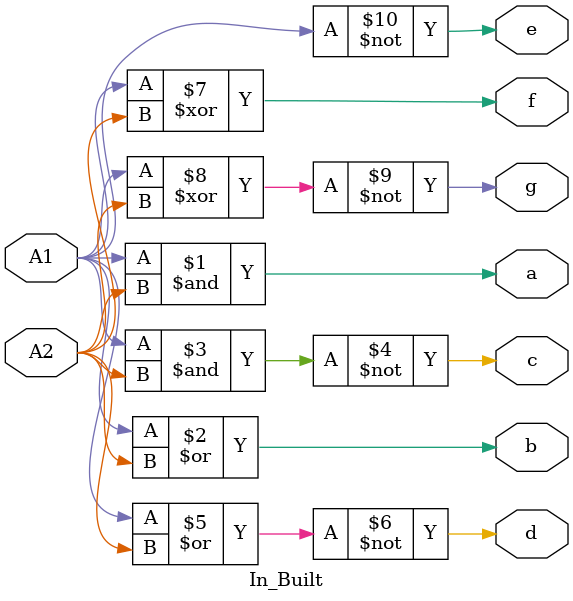
<source format=v>
`timescale 1ns / 1ps


module In_Built(
input A1,A2,
output a,b,c,d,e,f,g

    );
    
    and(a,A1,A2);
    or(b,A1,A2);
    nand(c,A1,A2);
    nor(d,A1,A2);
    not(e,A1);
    xor(f,A1,A2);
    xnor(g,A1,A2);
endmodule

</source>
